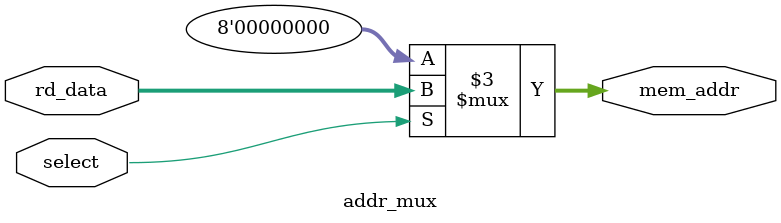
<source format=v>
module addr_mux(
 input [7:0] rd_data,
 input select,
 output reg [7:0] mem_addr
    );
    
    always @(select) begin
      if (select)
       mem_addr = rd_data;    
      else
       mem_addr = 0;
    end 
    
endmodule

</source>
